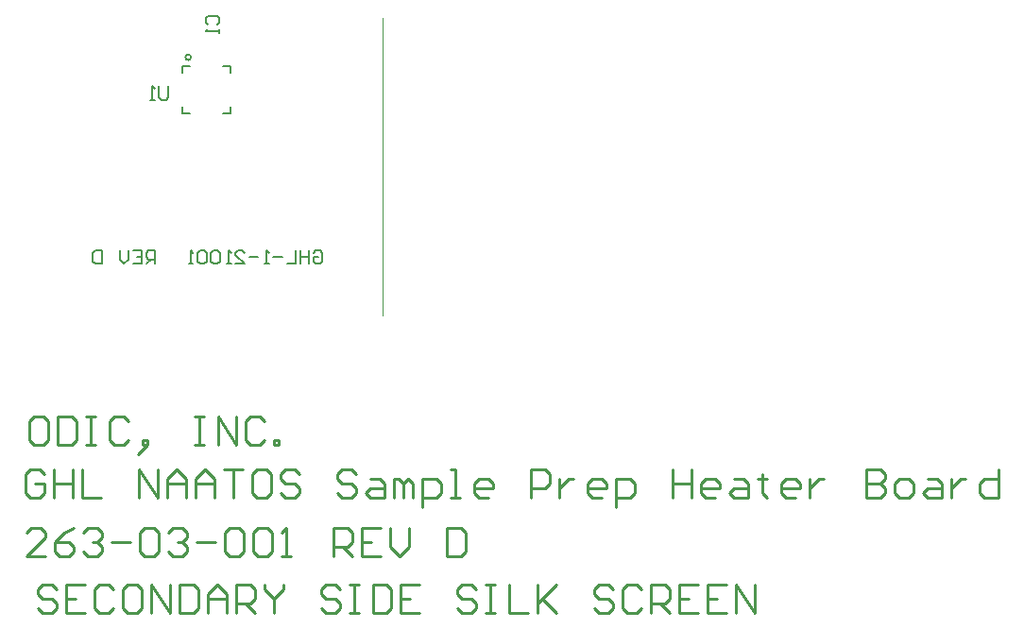
<source format=gbo>
G04*
G04 #@! TF.GenerationSoftware,Altium Limited,Altium Designer,24.9.1 (31)*
G04*
G04 Layer_Color=32896*
%FSLAX44Y44*%
%MOMM*%
G71*
G04*
G04 #@! TF.SameCoordinates,8DF27061-4A41-470E-9062-B82E270B293B*
G04*
G04*
G04 #@! TF.FilePolarity,Positive*
G04*
G01*
G75*
%ADD10C,0.1524*%
%ADD11C,0.2540*%
%ADD12C,0.1500*%
%ADD13C,0.0127*%
%ADD37C,0.2000*%
D10*
X137984Y242475D02*
Y248956D01*
X180656Y242475D02*
Y248956D01*
X174175Y206284D02*
X180656D01*
X137984D02*
Y212765D01*
Y248956D02*
X144465D01*
X174175D02*
X180656D01*
Y206284D02*
Y212765D01*
X137984Y206284D02*
X144465D01*
D11*
X24874Y-219989D02*
X20642Y-215757D01*
X12178D01*
X7947Y-219989D01*
Y-224221D01*
X12178Y-228453D01*
X20642D01*
X24874Y-232685D01*
Y-236917D01*
X20642Y-241148D01*
X12178D01*
X7947Y-236917D01*
X50266Y-215757D02*
X33338D01*
Y-241148D01*
X50266D01*
X33338Y-228453D02*
X41802D01*
X75658Y-219989D02*
X71426Y-215757D01*
X62962D01*
X58730Y-219989D01*
Y-236917D01*
X62962Y-241148D01*
X71426D01*
X75658Y-236917D01*
X96818Y-215757D02*
X88354D01*
X84122Y-219989D01*
Y-236917D01*
X88354Y-241148D01*
X96818D01*
X101050Y-236917D01*
Y-219989D01*
X96818Y-215757D01*
X109514Y-241148D02*
Y-215757D01*
X126442Y-241148D01*
Y-215757D01*
X134906D02*
Y-241148D01*
X147601D01*
X151833Y-236917D01*
Y-219989D01*
X147601Y-215757D01*
X134906D01*
X160297Y-241148D02*
Y-224221D01*
X168761Y-215757D01*
X177225Y-224221D01*
Y-241148D01*
Y-228453D01*
X160297D01*
X185689Y-241148D02*
Y-215757D01*
X198385D01*
X202617Y-219989D01*
Y-228453D01*
X198385Y-232685D01*
X185689D01*
X194153D02*
X202617Y-241148D01*
X211081Y-215757D02*
Y-219989D01*
X219545Y-228453D01*
X228009Y-219989D01*
Y-215757D01*
X219545Y-228453D02*
Y-241148D01*
X278792Y-219989D02*
X274560Y-215757D01*
X266096D01*
X261864Y-219989D01*
Y-224221D01*
X266096Y-228453D01*
X274560D01*
X278792Y-232685D01*
Y-236917D01*
X274560Y-241148D01*
X266096D01*
X261864Y-236917D01*
X287256Y-215757D02*
X295720D01*
X291488D01*
Y-241148D01*
X287256D01*
X295720D01*
X308416Y-215757D02*
Y-241148D01*
X321112D01*
X325344Y-236917D01*
Y-219989D01*
X321112Y-215757D01*
X308416D01*
X350736D02*
X333808D01*
Y-241148D01*
X350736D01*
X333808Y-228453D02*
X342272D01*
X401519Y-219989D02*
X397287Y-215757D01*
X388824D01*
X384591Y-219989D01*
Y-224221D01*
X388824Y-228453D01*
X397287D01*
X401519Y-232685D01*
Y-236917D01*
X397287Y-241148D01*
X388824D01*
X384591Y-236917D01*
X409983Y-215757D02*
X418447D01*
X414215D01*
Y-241148D01*
X409983D01*
X418447D01*
X431143Y-215757D02*
Y-241148D01*
X448071D01*
X456535Y-215757D02*
Y-241148D01*
Y-232685D01*
X473463Y-215757D01*
X460767Y-228453D01*
X473463Y-241148D01*
X524246Y-219989D02*
X520014Y-215757D01*
X511550D01*
X507318Y-219989D01*
Y-224221D01*
X511550Y-228453D01*
X520014D01*
X524246Y-232685D01*
Y-236917D01*
X520014Y-241148D01*
X511550D01*
X507318Y-236917D01*
X549638Y-219989D02*
X545406Y-215757D01*
X536942D01*
X532710Y-219989D01*
Y-236917D01*
X536942Y-241148D01*
X545406D01*
X549638Y-236917D01*
X558102Y-241148D02*
Y-215757D01*
X570798D01*
X575030Y-219989D01*
Y-228453D01*
X570798Y-232685D01*
X558102D01*
X566566D02*
X575030Y-241148D01*
X600422Y-215757D02*
X583494D01*
Y-241148D01*
X600422D01*
X583494Y-228453D02*
X591958D01*
X625813Y-215757D02*
X608886D01*
Y-241148D01*
X625813D01*
X608886Y-228453D02*
X617350D01*
X634277Y-241148D02*
Y-215757D01*
X651205Y-241148D01*
Y-215757D01*
X12982Y-65749D02*
X4518D01*
X287Y-69981D01*
Y-86909D01*
X4518Y-91141D01*
X12982D01*
X17214Y-86909D01*
Y-69981D01*
X12982Y-65749D01*
X25678D02*
Y-91141D01*
X38374D01*
X42606Y-86909D01*
Y-69981D01*
X38374Y-65749D01*
X25678D01*
X51070D02*
X59534D01*
X55302D01*
Y-91141D01*
X51070D01*
X59534D01*
X89158Y-69981D02*
X84926Y-65749D01*
X76462D01*
X72230Y-69981D01*
Y-86909D01*
X76462Y-91141D01*
X84926D01*
X89158Y-86909D01*
X101854Y-95372D02*
X106086Y-91141D01*
Y-86909D01*
X101854D01*
Y-91141D01*
X106086D01*
X101854Y-95372D01*
X97622Y-99605D01*
X148405Y-65749D02*
X156869D01*
X152637D01*
Y-91141D01*
X148405D01*
X156869D01*
X169565D02*
Y-65749D01*
X186493Y-91141D01*
Y-65749D01*
X211885Y-69981D02*
X207653Y-65749D01*
X199189D01*
X194957Y-69981D01*
Y-86909D01*
X199189Y-91141D01*
X207653D01*
X211885Y-86909D01*
X220349Y-91141D02*
Y-86909D01*
X224581D01*
Y-91141D01*
X220349D01*
X14468Y-117106D02*
X10236Y-112874D01*
X1772D01*
X-2460Y-117106D01*
Y-134034D01*
X1772Y-138266D01*
X10236D01*
X14468Y-134034D01*
Y-125570D01*
X6004D01*
X22932Y-112874D02*
Y-138266D01*
Y-125570D01*
X39860D01*
Y-112874D01*
Y-138266D01*
X48324Y-112874D02*
Y-138266D01*
X65251D01*
X99107D02*
Y-112874D01*
X116035Y-138266D01*
Y-112874D01*
X124499Y-138266D02*
Y-121338D01*
X132963Y-112874D01*
X141427Y-121338D01*
Y-138266D01*
Y-125570D01*
X124499D01*
X149891Y-138266D02*
Y-121338D01*
X158355Y-112874D01*
X166819Y-121338D01*
Y-138266D01*
Y-125570D01*
X149891D01*
X175283Y-112874D02*
X192210D01*
X183746D01*
Y-138266D01*
X213370Y-112874D02*
X204906D01*
X200674Y-117106D01*
Y-134034D01*
X204906Y-138266D01*
X213370D01*
X217602Y-134034D01*
Y-117106D01*
X213370Y-112874D01*
X242994Y-117106D02*
X238762Y-112874D01*
X230298D01*
X226066Y-117106D01*
Y-121338D01*
X230298Y-125570D01*
X238762D01*
X242994Y-129802D01*
Y-134034D01*
X238762Y-138266D01*
X230298D01*
X226066Y-134034D01*
X293778Y-117106D02*
X289546Y-112874D01*
X281082D01*
X276850Y-117106D01*
Y-121338D01*
X281082Y-125570D01*
X289546D01*
X293778Y-129802D01*
Y-134034D01*
X289546Y-138266D01*
X281082D01*
X276850Y-134034D01*
X306474Y-121338D02*
X314937D01*
X319169Y-125570D01*
Y-138266D01*
X306474D01*
X302242Y-134034D01*
X306474Y-129802D01*
X319169D01*
X327633Y-138266D02*
Y-121338D01*
X331865D01*
X336097Y-125570D01*
Y-138266D01*
Y-125570D01*
X340329Y-121338D01*
X344561Y-125570D01*
Y-138266D01*
X353025Y-146730D02*
Y-121338D01*
X365721D01*
X369953Y-125570D01*
Y-134034D01*
X365721Y-138266D01*
X353025D01*
X378417D02*
X386881D01*
X382649D01*
Y-112874D01*
X378417D01*
X412273Y-138266D02*
X403809D01*
X399577Y-134034D01*
Y-125570D01*
X403809Y-121338D01*
X412273D01*
X416505Y-125570D01*
Y-129802D01*
X399577D01*
X450360Y-138266D02*
Y-112874D01*
X463056D01*
X467288Y-117106D01*
Y-125570D01*
X463056Y-129802D01*
X450360D01*
X475752Y-121338D02*
Y-138266D01*
Y-129802D01*
X479984Y-125570D01*
X484216Y-121338D01*
X488448D01*
X513840Y-138266D02*
X505376D01*
X501144Y-134034D01*
Y-125570D01*
X505376Y-121338D01*
X513840D01*
X518072Y-125570D01*
Y-129802D01*
X501144D01*
X526536Y-146730D02*
Y-121338D01*
X539232D01*
X543464Y-125570D01*
Y-134034D01*
X539232Y-138266D01*
X526536D01*
X577319Y-112874D02*
Y-138266D01*
Y-125570D01*
X594247D01*
Y-112874D01*
Y-138266D01*
X615407D02*
X606943D01*
X602711Y-134034D01*
Y-125570D01*
X606943Y-121338D01*
X615407D01*
X619639Y-125570D01*
Y-129802D01*
X602711D01*
X632335Y-121338D02*
X640799D01*
X645031Y-125570D01*
Y-138266D01*
X632335D01*
X628103Y-134034D01*
X632335Y-129802D01*
X645031D01*
X657727Y-117106D02*
Y-121338D01*
X653495D01*
X661959D01*
X657727D01*
Y-134034D01*
X661959Y-138266D01*
X687350D02*
X678886D01*
X674655Y-134034D01*
Y-125570D01*
X678886Y-121338D01*
X687350D01*
X691582Y-125570D01*
Y-129802D01*
X674655D01*
X700046Y-121338D02*
Y-138266D01*
Y-129802D01*
X704278Y-125570D01*
X708510Y-121338D01*
X712742D01*
X750830Y-112874D02*
Y-138266D01*
X763526D01*
X767758Y-134034D01*
Y-129802D01*
X763526Y-125570D01*
X750830D01*
X763526D01*
X767758Y-121338D01*
Y-117106D01*
X763526Y-112874D01*
X750830D01*
X780454Y-138266D02*
X788918D01*
X793150Y-134034D01*
Y-125570D01*
X788918Y-121338D01*
X780454D01*
X776222Y-125570D01*
Y-134034D01*
X780454Y-138266D01*
X805845Y-121338D02*
X814309D01*
X818541Y-125570D01*
Y-138266D01*
X805845D01*
X801613Y-134034D01*
X805845Y-129802D01*
X818541D01*
X827005Y-121338D02*
Y-138266D01*
Y-129802D01*
X831237Y-125570D01*
X835469Y-121338D01*
X839701D01*
X869325Y-112874D02*
Y-138266D01*
X856629D01*
X852397Y-134034D01*
Y-125570D01*
X856629Y-121338D01*
X869325D01*
X14854Y-190348D02*
X-2074D01*
X14854Y-173421D01*
Y-169189D01*
X10622Y-164957D01*
X2158D01*
X-2074Y-169189D01*
X40246Y-164957D02*
X31782Y-169189D01*
X23318Y-177653D01*
Y-186117D01*
X27550Y-190348D01*
X36014D01*
X40246Y-186117D01*
Y-181885D01*
X36014Y-177653D01*
X23318D01*
X48710Y-169189D02*
X52942Y-164957D01*
X61406D01*
X65638Y-169189D01*
Y-173421D01*
X61406Y-177653D01*
X57174D01*
X61406D01*
X65638Y-181885D01*
Y-186117D01*
X61406Y-190348D01*
X52942D01*
X48710Y-186117D01*
X74102Y-177653D02*
X91030D01*
X99494Y-169189D02*
X103726Y-164957D01*
X112190D01*
X116422Y-169189D01*
Y-186117D01*
X112190Y-190348D01*
X103726D01*
X99494Y-186117D01*
Y-169189D01*
X124886D02*
X129117Y-164957D01*
X137581D01*
X141813Y-169189D01*
Y-173421D01*
X137581Y-177653D01*
X133349D01*
X137581D01*
X141813Y-181885D01*
Y-186117D01*
X137581Y-190348D01*
X129117D01*
X124886Y-186117D01*
X150277Y-177653D02*
X167205D01*
X175669Y-169189D02*
X179901Y-164957D01*
X188365D01*
X192597Y-169189D01*
Y-186117D01*
X188365Y-190348D01*
X179901D01*
X175669Y-186117D01*
Y-169189D01*
X201061D02*
X205293Y-164957D01*
X213757D01*
X217989Y-169189D01*
Y-186117D01*
X213757Y-190348D01*
X205293D01*
X201061Y-186117D01*
Y-169189D01*
X226453Y-190348D02*
X234917D01*
X230685D01*
Y-164957D01*
X226453Y-169189D01*
X273004Y-190348D02*
Y-164957D01*
X285700D01*
X289932Y-169189D01*
Y-177653D01*
X285700Y-181885D01*
X273004D01*
X281468D02*
X289932Y-190348D01*
X315324Y-164957D02*
X298396D01*
Y-190348D01*
X315324D01*
X298396Y-177653D02*
X306860D01*
X323788Y-164957D02*
Y-181885D01*
X332252Y-190348D01*
X340716Y-181885D01*
Y-164957D01*
X374571D02*
Y-190348D01*
X387267D01*
X391499Y-186117D01*
Y-169189D01*
X387267Y-164957D01*
X374571D01*
D12*
X255503Y81497D02*
X257502Y83496D01*
X261501D01*
X263500Y81497D01*
Y73499D01*
X261501Y71500D01*
X257502D01*
X255503Y73499D01*
Y77498D01*
X259501D01*
X251504Y83496D02*
Y71500D01*
Y77498D01*
X243507D01*
Y83496D01*
Y71500D01*
X239508Y83496D02*
Y71500D01*
X231510D01*
X227512Y77498D02*
X219514D01*
X215516Y71500D02*
X211517D01*
X213516D01*
Y83496D01*
X215516Y81497D01*
X205519Y77498D02*
X197521D01*
X185525Y71500D02*
X193523D01*
X185525Y79497D01*
Y81497D01*
X187525Y83496D01*
X191523D01*
X193523Y81497D01*
X181527Y71500D02*
X177528D01*
X179527D01*
Y83496D01*
X181527Y81497D01*
X171530D02*
X169530Y83496D01*
X165532D01*
X163532Y81497D01*
Y73499D01*
X165532Y71500D01*
X169530D01*
X171530Y73499D01*
Y81497D01*
X159534D02*
X157534Y83496D01*
X153536D01*
X151536Y81497D01*
Y73499D01*
X153536Y71500D01*
X157534D01*
X159534Y73499D01*
Y81497D01*
X147538Y71500D02*
X143539D01*
X145538D01*
Y83496D01*
X147538Y81497D01*
X113548Y71500D02*
Y83496D01*
X107550D01*
X105551Y81497D01*
Y77498D01*
X107550Y75499D01*
X113548D01*
X109550D02*
X105551Y71500D01*
X93555Y83496D02*
X101552D01*
Y71500D01*
X93555D01*
X101552Y77498D02*
X97554D01*
X89556Y83496D02*
Y75499D01*
X85558Y71500D01*
X81559Y75499D01*
Y83496D01*
X65564D02*
Y71500D01*
X59566D01*
X57567Y73499D01*
Y81497D01*
X59566Y83496D01*
X65564D01*
X161001Y286000D02*
X159002Y287999D01*
Y291998D01*
X161001Y293997D01*
X168999D01*
X170998Y291998D01*
Y287999D01*
X168999Y286000D01*
X170998Y282001D02*
Y278003D01*
Y280002D01*
X159002D01*
X161001Y282001D01*
X124997Y230598D02*
Y220601D01*
X122998Y218602D01*
X118999D01*
X117000Y220601D01*
Y230598D01*
X113001Y218602D02*
X109003D01*
X111002D01*
Y230598D01*
X113001Y228599D01*
D13*
X317500Y25400D02*
Y292100D01*
D37*
X145486Y256600D02*
G03*
X145486Y256600I-2486J0D01*
G01*
M02*

</source>
